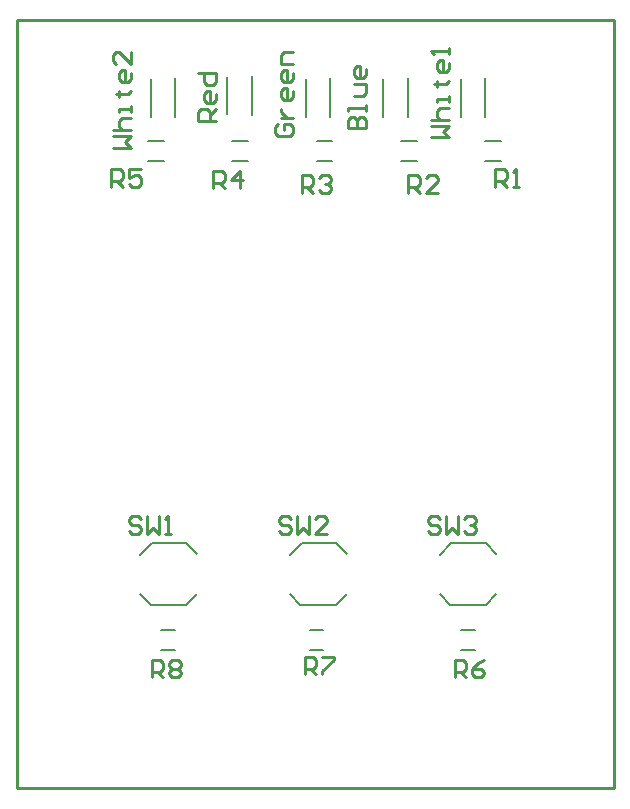
<source format=gto>
%FSTAX23Y23*%
%MOIN*%
%SFA1B1*%

%IPPOS*%
%ADD10C,0.005000*%
%ADD11C,0.010000*%
%LNbuttonpanel-1*%
%LPD*%
G54D10*
X00977Y0046D02*
X01022D01*
X00977Y00529D02*
X01022D01*
X01482Y0046D02*
X01527D01*
X01482Y00529D02*
X01527D01*
X00482D02*
X00527D01*
X00482Y0046D02*
X00527D01*
X01563Y02158D02*
X01616D01*
X01563Y02091D02*
X01616D01*
X01282Y02158D02*
X01335D01*
X01282Y02091D02*
X01335D01*
X01001Y02158D02*
X01053D01*
X01001Y02091D02*
X01053D01*
X00719Y02158D02*
X00772D01*
X00719Y02091D02*
X00772D01*
X00438Y02158D02*
X00491D01*
X00438Y02091D02*
X00491D01*
X0148Y02239D02*
Y02365D01*
X01563Y02237D02*
Y02366D01*
X01222Y02239D02*
Y02365D01*
X01304Y02237D02*
Y02366D01*
X00964Y02239D02*
Y02365D01*
X01046Y02237D02*
Y02366D01*
X00703Y02247D02*
Y02372D01*
X00786Y02245D02*
Y02374D01*
X00447Y02239D02*
Y02365D01*
X00529Y02237D02*
Y02366D01*
X00463Y00612D02*
X00565D01*
X00449D02*
X00463D01*
X00451Y00817D02*
X00565D01*
X00412Y00777D02*
X00451Y00817D01*
X00565D02*
X00601Y00781D01*
X00565Y00612D02*
X00601Y00648D01*
X00447Y00612D02*
X00449D01*
X00412Y00648D02*
X00447Y00612D01*
X00962D02*
X01065D01*
X00948D02*
X00962D01*
X0095Y00817D02*
X01065D01*
X00911Y00777D02*
X0095Y00817D01*
X01065D02*
X011Y00781D01*
X01065Y00612D02*
X011Y00648D01*
X00946Y00612D02*
X00948D01*
X00911Y00648D02*
X00946Y00612D01*
X01461D02*
X01564D01*
X01447D02*
X01461D01*
X01449Y00817D02*
X01564D01*
X0141Y00777D02*
X01449Y00817D01*
X01564D02*
X01599Y00781D01*
X01564Y00612D02*
X01599Y00648D01*
X01445Y00612D02*
X01447D01*
X0141Y00648D02*
X01445Y00612D01*
G54D11*
X0032Y02135D02*
X0038D01*
X0036Y02154*
X0038Y02174*
X0032*
Y02194D02*
X0038D01*
X0035*
X0034Y02204*
Y02224*
X0035Y02234*
X0038*
Y02254D02*
Y02274D01*
Y02264*
X0034*
Y02254*
X0033Y02314D02*
X0034D01*
Y02304*
Y02324*
Y02314*
X0037*
X0038Y02324*
Y02384D02*
Y02364D01*
X0037Y02354*
X0035*
X0034Y02364*
Y02384*
X0035Y02394*
X0036*
Y02354*
X0038Y02454D02*
Y02414D01*
X0034Y02454*
X0033*
X0032Y02444*
Y02424*
X0033Y02414*
X0138Y0217D02*
X0144D01*
X0142Y02189*
X0144Y02209*
X0138*
Y02229D02*
X0144D01*
X0141*
X014Y02239*
Y02259*
X0141Y02269*
X0144*
Y02289D02*
Y02309D01*
Y02299*
X014*
Y02289*
X0139Y02349D02*
X014D01*
Y02339*
Y02359*
Y02349*
X0143*
X0144Y02359*
Y02419D02*
Y02399D01*
X0143Y02389*
X0141*
X014Y02399*
Y02419*
X0141Y02429*
X0142*
Y02389*
X0144Y02449D02*
Y02469D01*
Y02459*
X0138*
X0139Y02449*
X01413Y00899D02*
X01403Y00909D01*
X01383*
X01373Y00899*
Y00889*
X01383Y00879*
X01403*
X01413Y00869*
Y00859*
X01403Y00849*
X01383*
X01373Y00859*
X01433Y00909D02*
Y00849D01*
X01453Y00869*
X01473Y00849*
Y00909*
X01493Y00899D02*
X01503Y00909D01*
X01523*
X01533Y00899*
Y00889*
X01523Y00879*
X01513*
X01523*
X01533Y00869*
Y00859*
X01523Y00849*
X01503*
X01493Y00859*
X00914Y00899D02*
X00904Y00909D01*
X00884*
X00874Y00899*
Y00889*
X00884Y00879*
X00904*
X00914Y00869*
Y00859*
X00904Y00849*
X00884*
X00874Y00859*
X00934Y00909D02*
Y00849D01*
X00954Y00869*
X00974Y00849*
Y00909*
X01034Y00849D02*
X00994D01*
X01034Y00889*
Y00899*
X01024Y00909*
X01004*
X00994Y00899*
X00415D02*
X00405Y00909D01*
X00385*
X00375Y00899*
Y00889*
X00385Y00879*
X00405*
X00415Y00869*
Y00859*
X00405Y00849*
X00385*
X00375Y00859*
X00435Y00909D02*
Y00849D01*
X00455Y00869*
X00475Y00849*
Y00909*
X00495Y00849D02*
X00515D01*
X00505*
Y00909*
X00495Y00899*
X00665Y02225D02*
X00605D01*
Y02254*
X00615Y02264*
X00635*
X00645Y02254*
Y02225*
Y02244D02*
X00665Y02264D01*
Y02314D02*
Y02294D01*
X00655Y02284*
X00635*
X00625Y02294*
Y02314*
X00635Y02324*
X00645*
Y02284*
X00605Y02384D02*
X00665D01*
Y02354*
X00655Y02344*
X00635*
X00625Y02354*
Y02384*
X0045Y0037D02*
Y00429D01*
X00479*
X00489Y00419*
Y00399*
X00479Y00389*
X0045*
X00469D02*
X00489Y0037D01*
X00509Y00419D02*
X00519Y00429D01*
X00539*
X00549Y00419*
Y00409*
X00539Y00399*
X00549Y00389*
Y0038*
X00539Y0037*
X00519*
X00509Y0038*
Y00389*
X00519Y00399*
X00509Y00409*
Y00419*
X00519Y00399D02*
X00539D01*
X0096Y0038D02*
Y00439D01*
X00989*
X00999Y00429*
Y00409*
X00989Y00399*
X0096*
X00979D02*
X00999Y0038D01*
X01019Y00439D02*
X01059D01*
Y00429*
X01019Y0039*
Y0038*
X0146Y0037D02*
Y00429D01*
X01489*
X01499Y00419*
Y00399*
X01489Y00389*
X0146*
X01479D02*
X01499Y0037D01*
X01559Y00429D02*
X01539Y00419D01*
X01519Y00399*
Y0038*
X01529Y0037*
X01549*
X01559Y0038*
Y00389*
X01549Y00399*
X01519*
X00315Y02005D02*
Y02064D01*
X00344*
X00354Y02054*
Y02034*
X00344Y02024*
X00315*
X00334D02*
X00354Y02005D01*
X00414Y02064D02*
X00374D01*
Y02034*
X00394Y02044*
X00404*
X00414Y02034*
Y02015*
X00404Y02005*
X00384*
X00374Y02015*
X00655Y02D02*
Y02059D01*
X00684*
X00694Y02049*
Y02029*
X00684Y02019*
X00655*
X00674D02*
X00694Y02D01*
X00744D02*
Y02059D01*
X00714Y02029*
X00754*
X0095Y01985D02*
Y02044D01*
X00979*
X00989Y02034*
Y02014*
X00979Y02004*
X0095*
X00969D02*
X00989Y01985D01*
X01009Y02034D02*
X01019Y02044D01*
X01039*
X01049Y02034*
Y02024*
X01039Y02014*
X01029*
X01039*
X01049Y02004*
Y01995*
X01039Y01985*
X01019*
X01009Y01995*
X01305Y01985D02*
Y02044D01*
X01334*
X01344Y02034*
Y02014*
X01334Y02004*
X01305*
X01324D02*
X01344Y01985D01*
X01404D02*
X01364D01*
X01404Y02024*
Y02034*
X01394Y02044*
X01374*
X01364Y02034*
X01595Y02005D02*
Y02064D01*
X01624*
X01634Y02054*
Y02034*
X01624Y02024*
X01595*
X01614D02*
X01634Y02005D01*
X01654D02*
X01674D01*
X01664*
Y02064*
X01654Y02054*
X0087Y02214D02*
X0086Y02204D01*
Y02185*
X0087Y02175*
X0091*
X0092Y02185*
Y02204*
X0091Y02214*
X0089*
Y02194*
X0088Y02234D02*
X0092D01*
X009*
X0089Y02244*
X0088Y02254*
Y02264*
X0092Y02324D02*
Y02304D01*
X0091Y02294*
X0089*
X0088Y02304*
Y02324*
X0089Y02334*
X009*
Y02294*
X0092Y02384D02*
Y02364D01*
X0091Y02354*
X0089*
X0088Y02364*
Y02384*
X0089Y02394*
X009*
Y02354*
X0092Y02414D02*
X0088D01*
Y02444*
X0089Y02454*
X0092*
X01105Y022D02*
X01165D01*
Y02229*
X01155Y02239*
X01145*
X01135Y02229*
Y022*
Y02229*
X01125Y02239*
X01115*
X01105Y02229*
Y022*
X01165Y02259D02*
Y02279D01*
Y02269*
X01105*
Y02259*
X01125Y02309D02*
X01155D01*
X01165Y02319*
Y02349*
X01125*
X01165Y02399D02*
Y02379D01*
X01155Y02369*
X01135*
X01125Y02379*
Y02399*
X01135Y02409*
X01145*
Y02369*
X0Y0D02*
Y0256D01*
Y0D02*
X0199D01*
Y0256*
X0D02*
X0199D01*
M02*
</source>
